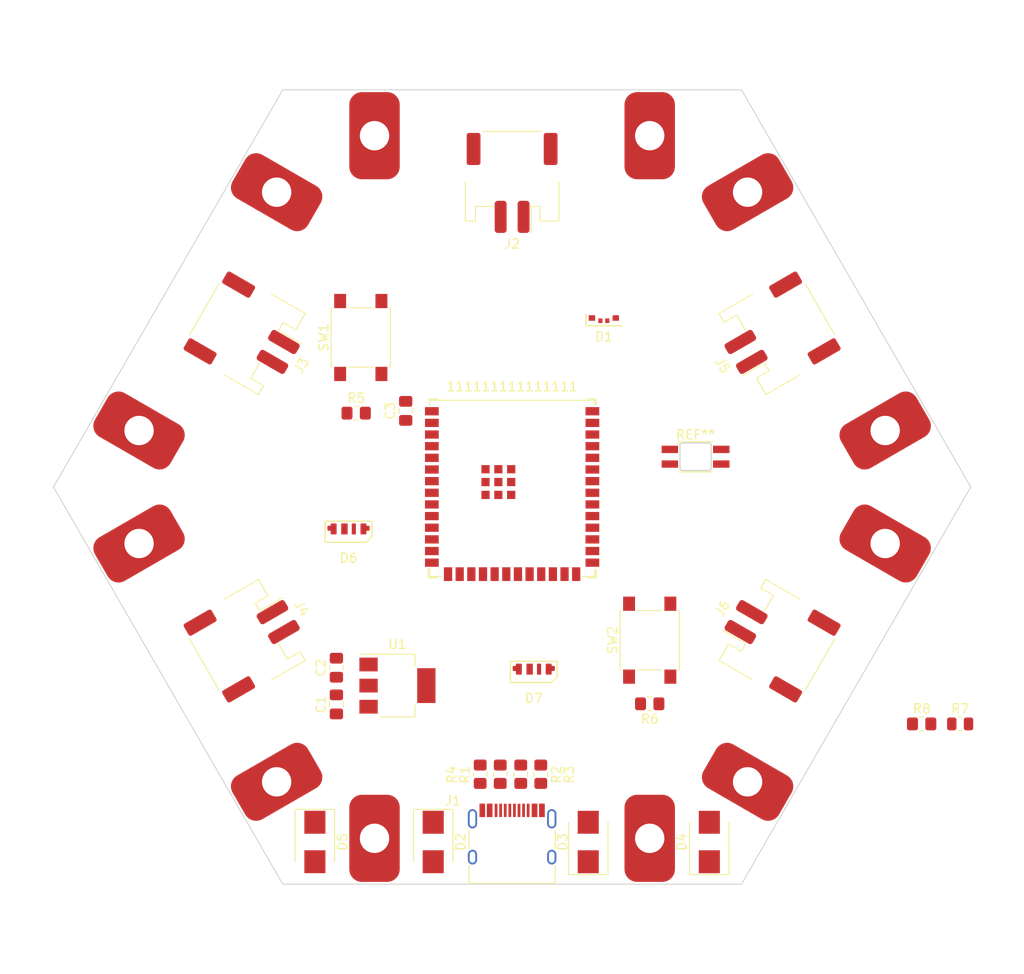
<source format=kicad_pcb>
(kicad_pcb (version 20211014) (generator pcbnew)
  (layers (0 "F.Cu" signal) (31 "B.Cu" signal) (34 "B.Paste" user) (35 "F.Paste" user) (36 "B.SilkS" user "B.Silkscreen") (37 "F.SilkS" user "F.Silkscreen") (38 "B.Mask" user) (39 "F.Mask" user) (44 "Edge.Cuts" user))
  (net 0 "")
  (net 8 "GND")
  (net 9 "/USB_P")
  (net 10 "VCC")
  (net 11 "Net-(J1-PadA5)")
  (net 12 "Net-(J1-PadA6)")
  (net 13 "Net-(J1-PadA7)")
  (net 14 "Net-(J1-PadB5)")
  (net 15 "+3V3")
  (net 16 "/USB_N")
  (net 17 "Net-(SW1-Pad2)")
  (net 18 "Net-(R5-Pad1)")
  (net 19 "Net-(R6-Pad1)")
  (net 20 "Net-(SW2-Pad1)")
  (net 21 "VBUS")
  (net 22 "GNDA")
  (footprint "LED_SMD_REVERSE_MOUNT:LED_RGB_SMD_6028_2.8x3.5mm_Square" (layer "F.Cu") (at 120 90)
    (fp_text reference "REF**" (at 0 -2.4) (layer "F.SilkS"))
    (fp_text value "LED_RGB_SMD_6028_2.8x3.5mm_Square")
    (fp_line (start -1.85 -1.65) (end 1.85 -1.65) (layer "F.SilkS") (width 0.12))
    (fp_line (start -1.85 -1.3) (end -1.85 -1.65) (layer "F.SilkS") (width 0.12))
    (fp_line (start -1.85 1.65) (end 1.85 1.65) (layer "F.SilkS") (width 0.12))
    (fp_line (start 1.45 1.5) (end -1.45 1.5) (layer "Edge.Cuts") (width 0.12))
    (fp_line (start -1.7 -1.25) (end -1.7 1.25) (layer "Edge.Cuts") (width 0.12))
    (fp_line (start -1.45 -1.5) (end 1.45 -1.5) (layer "Edge.Cuts") (width 0.12))
    (fp_line (start 1.7 1.25) (end 1.7 -1.25) (layer "Edge.Cuts") (width 0.12))
    (fp_arc (start 1.45 -1.5) (mid 1.626777 -1.426777) (end 1.7 -1.25) (layer "Edge.Cuts") (width 0.12))
    (fp_arc (start 1.7 1.25) (mid 1.626777 1.426777) (end 1.45 1.5) (layer "Edge.Cuts") (width 0.12))
    (fp_arc (start -1.45 1.5) (mid -1.626777 1.426777) (end -1.7 1.25) (layer "Edge.Cuts") (width 0.12))
    (fp_arc (start -1.7 -1.25) (mid -1.626777 -1.426777) (end -1.45 -1.5) (layer "Edge.Cuts") (width 0.12))
    (pad "1" smd rect (at 2.8 -0.8) (size 1.8 0.8) (layers "F.Cu" "F.Paste" "F.Mask"))
    (pad "2" smd rect (at 2.8 0.8) (size 1.8 0.8) (layers "F.Cu" "F.Paste" "F.Mask"))
    (pad "3" smd rect (at -2.8 -0.8) (size 1.8 0.8) (layers "F.Cu" "F.Paste" "F.Mask"))
    (pad "4" smd rect (at -2.8 0.8) (size 1.8 0.8) (layers "F.Cu" "F.Paste" "F.Mask"))
  )
  (footprint "Connector_XH:XH _PH_2P_1x02_P2.54mm_Horizontal" (layer "F.Cu") (at 72.027 109.45 -60)
    (fp_text reference "J4" (at 0 -5.8 120) (layer "F.SilkS"))
    (fp_text value "Conn_01x02_Male")
    (fp_line (start 5.1 0.94) (end 5.1 -3.31) (layer "F.SilkS") (width 0.12))
    (fp_line (start -5.1 0.94) (end -5.1 -3.31) (layer "F.SilkS") (width 0.12))
    (fp_line (start -3.04 -1.71) (end -2.05 -1.71) (layer "F.SilkS") (width 0.12))
    (fp_line (start 4 -3.31) (end 4 -1.71) (layer "F.SilkS") (width 0.12))
    (fp_line (start -5.1 -3.31) (end -3.04 -3.31) (layer "F.SilkS") (width 0.12))
    (fp_line (start 4 -1.71) (end 2.05 -1.71) (layer "F.SilkS") (width 0.12))
    (fp_line (start 5.1 -3.31) (end 4 -3.31) (layer "F.SilkS") (width 0.12))
    (fp_line (start -3.04 -3.31) (end -3.04 -1.71) (layer "F.SilkS") (width 0.12))
    (fp_line (start -2.05 -1.71) (end -2.05 -4.6) (layer "F.SilkS") (width 0.12))
    (fp_line (start -3.19 6.45) (end 3.19 6.45) (layer "F.SilkS") (width 0.12))
    (pad "" smd roundrect (at 4.2 4.55 300) (size 1.5 3.5) (layers "F.Cu" "F.Paste" "F.Mask") (roundrect_rratio 0.1666673333))
    (pad "" smd roundrect (at -4.2 4.55 300) (size 1.5 3.5) (layers "F.Cu" "F.Paste" "F.Mask") (roundrect_rratio 0.1666673333))
    (pad "1" smd roundrect (at -1.25 -2.85 300) (size 1.3 3.5) (layers "F.Cu" "F.Paste" "F.Mask") (net 21 "VBUS"))
    (pad "2" smd roundrect (at 1.25 -2.85 300) (size 1.3 3.5) (layers "F.Cu" "F.Paste" "F.Mask") (net 22 "GNDA"))
  )
  (footprint "MountingHoleConnector:MountingHole_3.2mm_M3_6mmx10mm_Pad" (layer "F.Cu") (at 74.33 125.44 -150)
    (fp_text reference "REF**" hide)
    (fp_text value "MountingHole_3.2mm_M3_ISO7380_Pad")
    (pad "" np_thru_hole roundrect (at 0 0 210) (size 9.5 5.5) (drill 3.2) (layers "F.Cu" "F.Mask"))
  )
  (footprint "Diode_SMD:D_SMB" (layer "F.Cu") (at 108.3 132 90)
    (fp_text reference "D3" (at 0 -2.8 90) (layer "F.SilkS"))
    (fp_text value "D_Schottky")
    (fp_line (start -3.55 -2.15) (end -3.55 2.15) (layer "F.SilkS") (width 0.12))
    (fp_line (start -3.55 2.15) (end 2.15 2.15) (layer "F.SilkS") (width 0.12))
    (fp_line (start -3.55 -2.15) (end 2.15 -2.15) (layer "F.SilkS") (width 0.12))
    (pad "1" smd rect (at -2.15 0 90) (size 2.5 2.3) (layers "F.Cu" "F.Paste" "F.Mask") (net 21 "VBUS"))
    (pad "2" smd rect (at 2.15 0 90) (size 2.5 2.3) (layers "F.Cu" "F.Paste" "F.Mask") (net 8 "GND"))
  )
  (footprint "Connector_XH:XH _PH_2P_1x02_P2.54mm_Horizontal" (layer "F.Cu") (at 100 61 180)
    (fp_text reference "J2" (at 0 -5.8) (layer "F.SilkS"))
    (fp_text value "Conn_01x02_Male")
    (fp_line (start 5.1 0.94) (end 5.1 -3.31) (layer "F.SilkS") (width 0.12))
    (fp_line (start -3.04 -1.71) (end -2.05 -1.71) (layer "F.SilkS") (width 0.12))
    (fp_line (start -3.04 -3.31) (end -3.04 -1.71) (layer "F.SilkS") (width 0.12))
    (fp_line (start -2.05 -1.71) (end -2.05 -4.6) (layer "F.SilkS") (width 0.12))
    (fp_line (start 4 -3.31) (end 4 -1.71) (layer "F.SilkS") (width 0.12))
    (fp_line (start -3.19 6.45) (end 3.19 6.45) (layer "F.SilkS") (width 0.12))
    (fp_line (start 5.1 -3.31) (end 4 -3.31) (layer "F.SilkS") (width 0.12))
    (fp_line (start -5.1 0.94) (end -5.1 -3.31) (layer "F.SilkS") (width 0.12))
    (fp_line (start 4 -1.71) (end 2.05 -1.71) (layer "F.SilkS") (width 0.12))
    (fp_line (start -5.1 -3.31) (end -3.04 -3.31) (layer "F.SilkS") (width 0.12))
    (pad "" smd roundrect (at 4.2 4.55 180) (size 1.5 3.5) (layers "F.Cu" "F.Paste" "F.Mask") (roundrect_rratio 0.1666673333))
    (pad "" smd roundrect (at -4.2 4.55 180) (size 1.5 3.5) (layers "F.Cu" "F.Paste" "F.Mask") (roundrect_rratio 0.1666673333))
    (pad "1" smd roundrect (at -1.25 -2.85 180) (size 1.3 3.5) (layers "F.Cu" "F.Paste" "F.Mask") (net 21 "VBUS"))
    (pad "2" smd roundrect (at 1.25 -2.85 180) (size 1.3 3.5) (layers "F.Cu" "F.Paste" "F.Mask") (net 22 "GNDA"))
  )
  (footprint "MountingHoleConnector:MountingHole_3.2mm_M3_6mmx10mm_Pad" (layer "F.Cu") (at 85 55 90)
    (fp_text reference "REF**" hide)
    (fp_text value "MountingHole_3.2mm_M3_ISO7380_Pad")
    (pad "" np_thru_hole roundrect (at 0 0 90) (size 9.5 5.5) (drill 3.2) (layers "F.Cu" "F.Mask"))
  )
  (footprint "MountingHoleConnector:MountingHole_3.2mm_M3_6mmx10mm_Pad" (layer "F.Cu") (at 115 55 -90)
    (fp_text reference "REF**" hide)
    (fp_text value "MountingHole_3.2mm_M3_ISO7380_Pad")
    (pad "" np_thru_hole roundrect (at 0 0 270) (size 9.5 5.5) (drill 3.2) (layers "F.Cu" "F.Mask"))
  )
  (footprint "MountingHoleConnector:MountingHole_3.2mm_M3_6mmx10mm_Pad" (layer "F.Cu") (at 140.67 87.14 -150)
    (fp_text reference "REF**" hide)
    (fp_text value "MountingHole_3.2mm_M3_ISO7380_Pad")
    (pad "" np_thru_hole roundrect (at 0 0 210) (size 9.5 5.5) (drill 3.2) (layers "F.Cu" "F.Mask"))
  )
  (footprint "MountingHoleConnector:MountingHole_3.2mm_M3_6mmx10mm_Pad" (layer "F.Cu") (at 59.33 99.46 -150)
    (fp_text reference "REF**" hide)
    (fp_text value "MountingHole_3.2mm_M3_ISO7380_Pad")
    (pad "" np_thru_hole roundrect (at 0 0 210) (size 9.5 5.5) (drill 3.2) (layers "F.Cu" "F.Mask"))
  )
  (footprint "Capacitor_SMD:C_0805_2012Metric_Pad1.18x1.45mm_HandSolder" (layer "F.Cu") (at 88.4 85 90)
    (fp_text reference "C3" (at 0 -1.68 90) (layer "F.SilkS"))
    (fp_text value "100uF")
    (fp_line (start -0.261252 -0.735) (end 0.261252 -0.735) (layer "F.SilkS") (width 0.12))
    (fp_line (start -0.261252 0.735) (end 0.261252 0.735) (layer "F.SilkS") (width 0.12))
    (pad "1" smd roundrect (at -1.0375 0 90) (size 1.175 1.45) (layers "F.Cu" "F.Paste" "F.Mask") (roundrect_rratio 0.2127659574) (net 15 "+3V3"))
    (pad "2" smd roundrect (at 1.0375 0 90) (size 1.175 1.45) (layers "F.Cu" "F.Paste" "F.Mask") (roundrect_rratio 0.2127659574) (net 8 "GND"))
  )
  (footprint "MountingHoleConnector:MountingHole_3.2mm_M3_6mmx10mm_Pad" (layer "F.Cu") (at 85 131.6 -90)
    (fp_text reference "REF**" hide)
    (fp_text value "MountingHole_3.2mm_M3_ISO7380_Pad")
    (pad "" np_thru_hole roundrect (at 0 0 270) (size 9.5 5.5) (drill 3.2) (layers "F.Cu" "F.Mask"))
  )
  (footprint "Resistor_SMD:R_0805_2012Metric" (layer "F.Cu") (at 148.844 119.126)
    (fp_text reference "R7" (at 0 -1.651) (layer "F.SilkS"))
    (fp_text value "R")
    (fp_line (start -0.227064 0.735) (end 0.227064 0.735) (layer "F.SilkS") (width 0.12))
    (fp_line (start -0.227064 -0.735) (end 0.227064 -0.735) (layer "F.SilkS") (width 0.12))
    (pad "1" smd roundrect (at -0.9125 0) (size 1.025 1.4) (layers "F.Cu" "F.Paste" "F.Mask") (roundrect_rratio 0.243902))
    (pad "2" smd roundrect (at 0.9125 0) (size 1.025 1.4) (layers "F.Cu" "F.Paste" "F.Mask") (roundrect_rratio 0.243902))
  )
  (footprint "Resistor_SMD:R_0805_2012Metric_Pad1.20x1.40mm_HandSolder" (layer "F.Cu") (at 144.645 119.126)
    (fp_text reference "R8" (at 0 -1.65) (layer "F.SilkS"))
    (fp_text value "R")
    (fp_line (start -0.227064 -0.735) (end 0.227064 -0.735) (layer "F.SilkS") (width 0.12))
    (fp_line (start -0.227064 0.735) (end 0.227064 0.735) (layer "F.SilkS") (width 0.12))
    (pad "1" smd roundrect (at -1 0) (size 1.2 1.4) (layers "F.Cu" "F.Paste" "F.Mask") (roundrect_rratio 0.208333))
    (pad "2" smd roundrect (at 1 0) (size 1.2 1.4) (layers "F.Cu" "F.Paste" "F.Mask") (roundrect_rratio 0.208333))
  )
  (footprint "Resistor_SMD:R_0805_2012Metric_Pad1.20x1.40mm_HandSolder" (layer "F.Cu") (at 96.52 124.6124 90)
    (fp_text reference "R4" (at -0.0508 -3.0988 90) (layer "F.SilkS"))
    (fp_text value "5.1k")
    (fp_line (start -0.227064 0.735) (end 0.227064 0.735) (layer "F.SilkS") (width 0.12))
    (fp_line (start -0.227064 -0.735) (end 0.227064 -0.735) (layer "F.SilkS") (width 0.12))
    (pad "1" smd roundrect (at -1 0 90) (size 1.2 1.4) (layers "F.Cu" "F.Paste" "F.Mask") (roundrect_rratio 0.2083333333) (net 11 "Net-(J1-PadA5)"))
    (pad "2" smd roundrect (at 1 0 90) (size 1.2 1.4) (layers "F.Cu" "F.Paste" "F.Mask") (roundrect_rratio 0.2083333333) (net 22 "GNDA"))
  )
  (footprint "MountingHoleConnector:MountingHole_3.2mm_M3_6mmx10mm_Pad" (layer "F.Cu") (at 115 131.6 -90)
    (fp_text reference "REF**" hide)
    (fp_text value "MountingHole_3.2mm_M3_ISO7380_Pad")
    (pad "" np_thru_hole roundrect (at 0 0 270) (size 9.5 5.5) (drill 3.2) (layers "F.Cu" "F.Mask"))
  )
  (footprint "Resistor_SMD:R_0805_2012Metric_Pad1.20x1.40mm_HandSolder" (layer "F.Cu") (at 100.9396 124.6124 90)
    (fp_text reference "R2" (at -0.0508 3.9116 90) (layer "F.SilkS"))
    (fp_text value "0")
    (fp_line (start -0.227064 -0.735) (end 0.227064 -0.735) (layer "F.SilkS") (width 0.12))
    (fp_line (start -0.227064 0.735) (end 0.227064 0.735) (layer "F.SilkS") (width 0.12))
    (pad "1" smd roundrect (at -1 0 90) (size 1.2 1.4) (layers "F.Cu" "F.Paste" "F.Mask") (roundrect_rratio 0.2083333333) (net 12 "Net-(J1-PadA6)"))
    (pad "2" smd roundrect (at 1 0 90) (size 1.2 1.4) (layers "F.Cu" "F.Paste" "F.Mask") (roundrect_rratio 0.2083333333) (net 9 "/USB_P"))
  )
  (footprint "LED_SMD_SIDE:LED_SMD_SK6812_SIDE_A_4020" (layer "F.Cu") (at 82.169 97.871)
    (fp_text reference "D6" (at 0 3.175) (layer "F.SilkS"))
    (fp_text value "SK6812_SIDE_A")
    (fp_line (start 1.94 1.46) (end -2.55 1.46) (layer "F.SilkS") (width 0.15))
    (fp_line (start 2.55 -0.85) (end -2.55 -0.85) (layer "F.SilkS") (width 0.15))
    (fp_line (start 2.55 -0.85) (end 2.55 0.85) (layer "F.SilkS") (width 0.15))
    (fp_line (start -2.55 -0.85) (end -2.55 1.46) (layer "F.SilkS") (width 0.15))
    (fp_line (start 2.55 0.85) (end 1.94 1.46) (layer "F.SilkS") (width 0.15))
    (pad "1" smd custom (at -1.8 0 180) (size 0.3 0.3) (layers "F.Cu" "F.Paste" "F.Mask") (options (clearance outline) (anchor rect)) (primitives (gr_poly (pts (xy 0.05 0.25) (xy 0.4 0.25) (xy 0.4 -0.1) (xy 0.05 -0.1) (xy 0.05 -0.5) (xy -0.4 -0.5) (xy -0.4 0.5) (xy 0.05 0.5)) (width 0.2) (fill yes))))
    (pad "2" smd rect (at -0.45 0 180) (size 0.7 1.2) (layers "F.Cu" "F.Paste" "F.Mask"))
    (pad "3" smd rect (at 0.575 0 180) (size 0.45 1.2) (layers "F.Cu" "F.Paste" "F.Mask"))
    (pad "4" smd custom (at 1.8 0 180) (size 0.3 0.3) (layers "F.Cu" "F.Paste" "F.Mask") (options (clearance outline) (anchor rect)) (primitives (gr_poly (pts (xy 0.4 0.5) (xy -0.05 0.5) (xy -0.05 0.25) (xy -0.4 0.25) (xy -0.4 -0.1) (xy -0.05 -0.1) (xy -0.05 -0.5) (xy 0.4 -0.5)) (width 0.2) (fill yes))))
  )
  (footprint "Connector_XH:XH _PH_2P_1x02_P2.54mm_Horizontal" (layer "F.Cu") (at 127.973 77.15 120)
    (fp_text reference "J5" (at 0 -5.8 120) (layer "F.SilkS"))
    (fp_text value "Conn_01x02_Male")
    (fp_line (start 5.1 -3.31) (end 4 -3.31) (layer "F.SilkS") (width 0.12))
    (fp_line (start -5.1 0.94) (end -5.1 -3.31) (layer "F.SilkS") (width 0.12))
    (fp_line (start -3.04 -3.31) (end -3.04 -1.71) (layer "F.SilkS") (width 0.12))
    (fp_line (start -3.19 6.45) (end 3.19 6.45) (layer "F.SilkS") (width 0.12))
    (fp_line (start 4 -1.71) (end 2.05 -1.71) (layer "F.SilkS") (width 0.12))
    (fp_line (start -3.04 -1.71) (end -2.05 -1.71) (layer "F.SilkS") (width 0.12))
    (fp_line (start 4 -3.31) (end 4 -1.71) (layer "F.SilkS") (width 0.12))
    (fp_line (start -2.05 -1.71) (end -2.05 -4.6) (layer "F.SilkS") (width 0.12))
    (fp_line (start -5.1 -3.31) (end -3.04 -3.31) (layer "F.SilkS") (width 0.12))
    (fp_line (start 5.1 0.94) (end 5.1 -3.31) (layer "F.SilkS") (width 0.12))
    (pad "" smd roundrect (at 4.2 4.55 120) (size 1.5 3.5) (layers "F.Cu" "F.Paste" "F.Mask") (roundrect_rratio 0.1666673333))
    (pad "" smd roundrect (at -4.2 4.55 120) (size 1.5 3.5) (layers "F.Cu" "F.Paste" "F.Mask") (roundrect_rratio 0.1666673333))
    (pad "1" smd roundrect (at -1.25 -2.85 120) (size 1.3 3.5) (layers "F.Cu" "F.Paste" "F.Mask") (net 21 "VBUS"))
    (pad "2" smd roundrect (at 1.25 -2.85 120) (size 1.3 3.5) (layers "F.Cu" "F.Paste" "F.Mask") (net 22 "GNDA"))
  )
  (footprint "MountingHoleConnector:MountingHole_3.2mm_M3_6mmx10mm_Pad" (layer "F.Cu") (at 125.67 61.16 -150)
    (fp_text reference "REF**" hide)
    (fp_text value "MountingHole_3.2mm_M3_ISO7380_Pad")
    (pad "" np_thru_hole roundrect (at 0 0 210) (size 9.5 5.5) (drill 3.2) (layers "F.Cu" "F.Mask"))
  )
  (footprint "LED_SMD_SIDE:LED_SMD_SK6812_SIDE_A_4020" (layer "F.Cu") (at 102.362 113.157)
    (fp_text reference "D7" (at 0 3.175) (layer "F.SilkS"))
    (fp_text value "SK6812_SIDE_A")
    (fp_line (start 2.55 -0.85) (end -2.55 -0.85) (layer "F.SilkS") (width 0.15))
    (fp_line (start -2.55 -0.85) (end -2.55 1.46) (layer "F.SilkS") (width 0.15))
    (fp_line (start 1.94 1.46) (end -2.55 1.46) (layer "F.SilkS") (width 0.15))
    (fp_line (start 2.55 0.85) (end 1.94 1.46) (layer "F.SilkS") (width 0.15))
    (fp_line (start 2.55 -0.85) (end 2.55 0.85) (layer "F.SilkS") (width 0.15))
    (pad "1" smd custom (at -1.8 0 180) (size 0.3 0.3) (layers "F.Cu" "F.Paste" "F.Mask") (options (clearance outline) (anchor rect)) (primitives (gr_poly (pts (xy 0.05 0.25) (xy 0.4 0.25) (xy 0.4 -0.1) (xy 0.05 -0.1) (xy 0.05 -0.5) (xy -0.4 -0.5) (xy -0.4 0.5) (xy 0.05 0.5)) (width 0.2) (fill yes))))
    (pad "2" smd rect (at -0.45 0 180) (size 0.7 1.2) (layers "F.Cu" "F.Paste" "F.Mask"))
    (pad "3" smd rect (at 0.575 0 180) (size 0.45 1.2) (layers "F.Cu" "F.Paste" "F.Mask"))
    (pad "4" smd custom (at 1.8 0 180) (size 0.3 0.3) (layers "F.Cu" "F.Paste" "F.Mask") (options (clearance outline) (anchor rect)) (primitives (gr_poly (pts (xy 0.4 0.5) (xy -0.05 0.5) (xy -0.05 0.25) (xy -0.4 0.25) (xy -0.4 -0.1) (xy -0.05 -0.1) (xy -0.05 -0.5) (xy 0.4 -0.5)) (width 0.2) (fill yes))))
  )
  (footprint "MountingHoleConnector:MountingHole_3.2mm_M3_6mmx10mm_Pad" (layer "F.Cu") (at 140.67 99.46 150)
    (fp_text reference "REF**" hide)
    (fp_text value "MountingHole_3.2mm_M3_ISO7380_Pad")
    (pad "" np_thru_hole roundrect (at 0 0 150) (size 9.5 5.5) (drill 3.2) (layers "F.Cu" "F.Mask"))
  )
  (footprint "Diode_SMD:D_SMB" (layer "F.Cu") (at 121.5 132 90)
    (fp_text reference "D4" (at 0 -3 90) (layer "F.SilkS"))
    (fp_text value "D_Schottky")
    (fp_line (start -3.55 -2.15) (end 2.15 -2.15) (layer "F.SilkS") (width 0.12))
    (fp_line (start -3.55 2.15) (end 2.15 2.15) (layer "F.SilkS") (width 0.12))
    (fp_line (start -3.55 -2.15) (end -3.55 2.15) (layer "F.SilkS") (width 0.12))
    (pad "1" smd rect (at -2.15 0 90) (size 2.5 2.3) (layers "F.Cu" "F.Paste" "F.Mask") (net 22 "GNDA"))
    (pad "2" smd rect (at 2.15 0 90) (size 2.5 2.3) (layers "F.Cu" "F.Paste" "F.Mask") (net 8 "GND"))
  )
  (footprint "MountingHoleConnector:MountingHole_3.2mm_M3_6mmx10mm_Pad" (layer "F.Cu") (at 59.33 87.14 150)
    (fp_text reference "REF**" hide)
    (fp_text value "MountingHole_3.2mm_M3_ISO7380_Pad")
    (pad "" np_thru_hole roundrect (at 0 0 150) (size 9.5 5.5) (drill 3.2) (layers "F.Cu" "F.Mask"))
  )
  (footprint "Resistor_SMD:R_0805_2012Metric_Pad1.20x1.40mm_HandSolder" (layer "F.Cu") (at 98.7044 124.6124 90)
    (fp_text reference "R1" (at -0.0508 -3.8608 90) (layer "F.SilkS"))
    (fp_text value "0")
    (fp_line (start -0.227064 -0.735) (end 0.227064 -0.735) (layer "F.SilkS") (width 0.12))
    (fp_line (start -0.227064 0.735) (end 0.227064 0.735) (layer "F.SilkS") (width 0.12))
    (pad "1" smd roundrect (at -1 0 90) (size 1.2 1.4) (layers "F.Cu" "F.Paste" "F.Mask") (roundrect_rratio 0.2083333333) (net 13 "Net-(J1-PadA7)"))
    (pad "2" smd roundrect (at 1 0 90) (size 1.2 1.4) (layers "F.Cu" "F.Paste" "F.Mask") (roundrect_rratio 0.2083333333) (net 16 "/USB_N"))
  )
  (footprint "Capacitor_SMD:C_0805_2012Metric_Pad1.18x1.45mm_HandSolder" (layer "F.Cu") (at 80.845 117 90)
    (fp_text reference "C1" (at 0 -1.68 90) (layer "F.SilkS"))
    (fp_text value "22uF")
    (fp_line (start -0.261252 -0.735) (end 0.261252 -0.735) (layer "F.SilkS") (width 0.12))
    (fp_line (start -0.261252 0.735) (end 0.261252 0.735) (layer "F.SilkS") (width 0.12))
    (pad "1" smd roundrect (at -1.0375 0 90) (size 1.175 1.45) (layers "F.Cu" "F.Paste" "F.Mask") (roundrect_rratio 0.2127659574) (net 10 "VCC"))
    (pad "2" smd roundrect (at 1.0375 0 90) (size 1.175 1.45) (layers "F.Cu" "F.Paste" "F.Mask") (roundrect_rratio 0.2127659574) (net 8 "GND"))
  )
  (footprint "Connector_USB:USB_C_Receptacle_HRO_TYPE-C-31-M-12" (layer "F.Cu") (at 100 132.6)
    (fp_text reference "J1" (at -6.45 -5.1) (layer "F.SilkS"))
    (fp_text value "USB_C_Receptacle_USB2.0")
    (fp_line (start -4.7 3.9) (end 4.7 3.9) (layer "F.SilkS") (width 0.12))
    (fp_line (start -4.7 -1.9) (end -4.7 0.1) (layer "F.SilkS") (width 0.12))
    (fp_line (start 4.7 -1.9) (end 4.7 0.1) (layer "F.SilkS") (width 0.12))
    (fp_line (start -4.7 2) (end -4.7 3.9) (layer "F.SilkS") (width 0.12))
    (fp_line (start 4.7 2) (end 4.7 3.9) (layer "F.SilkS") (width 0.12))
    (pad "" np_thru_hole circle (at 2.89 -2.6) (size 0.65 0.65) (drill 0.65) (layers *.Cu *.Mask))
    (pad "" np_thru_hole circle (at -2.89 -2.6) (size 0.65 0.65) (drill 0.65) (layers *.Cu *.Mask))
    (pad "A1" smd rect (at -3.25 -4.045) (size 0.6 1.45) (layers "F.Cu" "F.Paste" "F.Mask") (net 22 "GNDA"))
    (pad "A4" smd rect (at -2.45 -4.045) (size 0.6 1.45) (layers "F.Cu" "F.Paste" "F.Mask") (net 21 "VBUS"))
    (pad "A5" smd rect (at -1.25 -4.045) (size 0.3 1.45) (layers "F.Cu" "F.Paste" "F.Mask") (net 11 "Net-(J1-PadA5)"))
    (pad "A6" smd rect (at -0.25 -4.045) (size 0.3 1.45) (layers "F.Cu" "F.Paste" "F.Mask") (net 12 "Net-(J1-PadA6)"))
    (pad "A7" smd rect (at 0.25 -4.045) (size 0.3 1.45) (layers "F.Cu" "F.Paste" "F.Mask") (net 13 "Net-(J1-PadA7)"))
    (pad "A8" smd rect (at 1.25 -4.045) (size 0.3 1.45) (layers "F.Cu" "F.Paste" "F.Mask"))
    (pad "A9" smd rect (at 2.45 -4.045) (size 0.6 1.45) (layers "F.Cu" "F.Paste" "F.Mask") (net 21 "VBUS"))
    (pad "A12" smd rect (at 3.25 -4.045) (size 0.6 1.45) (layers "F.Cu" "F.Paste" "F.Mask") (net 22 "GNDA"))
    (pad "B1" smd rect (at 3.25 -4.045) (size 0.6 1.45) (layers "F.Cu" "F.Paste" "F.Mask") (net 22 "GNDA"))
    (pad "B4" smd rect (at 2.45 -4.045) (size 0.6 1.45) (layers "F.Cu" "F.Paste" "F.Mask") (net 21 "VBUS"))
    (pad "B5" smd rect (at 1.75 -4.045) (size 0.3 1.45) (layers "F.Cu" "F.Paste" "F.Mask") (net 14 "Net-(J1-PadB5)"))
    (pad "B6" smd rect (at 0.75 -4.045) (size 0.3 1.45) (layers "F.Cu" "F.Paste" "F.Mask") (net 12 "Net-(J1-PadA6)"))
    (pad "B7" smd rect (at -0.75 -4.045) (size 0.3 1.45) (layers "F.Cu" "F.Paste" "F.Mask") (net 13 "Net-(J1-PadA7)"))
    (pad "B8" smd rect (at -1.75 -4.045) (size 0.3 1.45) (layers "F.Cu" "F.Paste" "F.Mask"))
    (pad "B9" smd rect (at -2.45 -4.045) (size 0.6 1.45) (layers "F.Cu" "F.Paste" "F.Mask") (net 21 "VBUS"))
    (pad "B12" smd rect (at -3.25 -4.045) (size 0.6 1.45) (layers "F.Cu" "F.Paste" "F.Mask") (net 22 "GNDA"))
    (pad "S1" thru_hole oval (at -4.32 1.05) (size 1 1.6) (drill oval 0.6 1.2) (layers *.Cu *.Mask))
    (pad "S1" thru_hole oval (at -4.32 -3.13) (size 1 2.1) (drill oval 0.6 1.7) (layers *.Cu *.Mask))
    (pad "S1" thru_hole oval (at 4.32 1.05) (size 1 1.6) (drill oval 0.6 1.2) (layers *.Cu *.Mask))
    (pad "S1" thru_hole oval (at 4.32 -3.13) (size 1 2.1) (drill oval 0.6 1.7) (layers *.Cu *.Mask))
  )
  (footprint "MountingHoleConnector:MountingHole_3.2mm_M3_6mmx10mm_Pad" (layer "F.Cu") (at 74.33 61.16 150)
    (fp_text reference "REF**" hide)
    (fp_text value "MountingHole_3.2mm_M3_ISO7380_Pad")
    (pad "" np_thru_hole roundrect (at 0 0 150) (size 9.5 5.5) (drill 3.2) (layers "F.Cu" "F.Mask"))
  )
  (footprint "Resistor_SMD:R_0805_2012Metric_Pad1.20x1.40mm_HandSolder" (layer "F.Cu") (at 103.124 124.6124 90)
    (fp_text reference "R3" (at -0.0508 3.0988 90) (layer "F.SilkS"))
    (fp_text value "5.1k")
    (fp_line (start -0.227064 -0.735) (end 0.227064 -0.735) (layer "F.SilkS") (width 0.12))
    (fp_line (start -0.227064 0.735) (end 0.227064 0.735) (layer "F.SilkS") (width 0.12))
    (pad "1" smd roundrect (at -1 0 90) (size 1.2 1.4) (layers "F.Cu" "F.Paste" "F.Mask") (roundrect_rratio 0.2083333333) (net 14 "Net-(J1-PadB5)"))
    (pad "2" smd roundrect (at 1 0 90) (size 1.2 1.4) (layers "F.Cu" "F.Paste" "F.Mask") (roundrect_rratio 0.2083333333) (net 22 "GNDA"))
  )
  (footprint "Button_Switch_SMD:SW_Push_1P1T_NO_6x6mm_H9.5mm" (layer "F.Cu") (at 115 110 90)
    (fp_text reference "SW2" (at 0 -4.05 90) (layer "F.SilkS"))
    (fp_text value "SW_Push")
    (fp_line (start -3.23 -3.23) (end 3.23 -3.23) (layer "F.SilkS") (width 0.12))
    (fp_line (start -3.23 3.23) (end -3.23 3.2) (layer "F.SilkS") (width 0.12))
    (fp_line (start -3.23 3.23) (end 3.23 3.23) (layer "F.SilkS") (width 0.12))
    (fp_line (start 3.23 -1.3) (end 3.23 1.3) (layer "F.SilkS") (width 0.12))
    (fp_line (start -3.23 -1.3) (end -3.23 1.3) (layer "F.SilkS") (width 0.12))
    (fp_line (start 3.23 -3.23) (end 3.23 -3.2) (layer "F.SilkS") (width 0.12))
    (fp_line (start 3.23 3.23) (end 3.23 3.2) (layer "F.SilkS") (width 0.12))
    (fp_line (start -3.23 -3.2) (end -3.23 -3.23) (layer "F.SilkS") (width 0.12))
    (pad "1" smd rect (at -3.975 -2.25 90) (size 1.55 1.3) (layers "F.Cu" "F.Paste" "F.Mask") (net 20 "Net-(SW2-Pad1)"))
    (pad "1" smd rect (at 3.975 -2.25 90) (size 1.55 1.3) (layers "F.Cu" "F.Paste" "F.Mask") (net 20 "Net-(SW2-Pad1)"))
    (pad "2" smd rect (at -3.975 2.25 90) (size 1.55 1.3) (layers "F.Cu" "F.Paste" "F.Mask") (net 19 "Net-(R6-Pad1)"))
    (pad "2" smd rect (at 3.975 2.25 90) (size 1.55 1.3) (layers "F.Cu" "F.Paste" "F.Mask") (net 19 "Net-(R6-Pad1)"))
  )
  (footprint "Resistor_SMD:R_0805_2012Metric_Pad1.20x1.40mm_HandSolder" (layer "F.Cu") (at 115 116.935 180)
    (fp_text reference "R6" (at 0 -1.65) (layer "F.SilkS"))
    (fp_text value "100")
    (fp_line (start -0.227064 0.735) (end 0.227064 0.735) (layer "F.SilkS") (width 0.12))
    (fp_line (start -0.227064 -0.735) (end 0.227064 -0.735) (layer "F.SilkS") (width 0.12))
    (pad "1" smd roundrect (at -1 0 180) (size 1.2 1.4) (layers "F.Cu" "F.Paste" "F.Mask") (roundrect_rratio 0.2083333333) (net 19 "Net-(R6-Pad1)"))
    (pad "2" smd roundrect (at 1 0 180) (size 1.2 1.4) (layers "F.Cu" "F.Paste" "F.Mask") (roundrect_rratio 0.2083333333) (net 8 "GND"))
  )
  (footprint "LED_SMD_SIDE:LED_RGB_1210" (layer "F.Cu") (at 110 75)
    (fp_text reference "D1" (at 0 1.905) (layer "F.SilkS"))
    (fp_text value "LED_RGBA")
    (fp_line (start 1.95 0.725) (end -1.95 0.725) (layer "F.SilkS") (width 0.15))
    (fp_line (start -1.95 -0.5) (end -1.95 0.725) (layer "F.SilkS") (width 0.15))
    (pad "1" smd rect (at -1.3 -0.125 180) (size 0.7 0.6) (layers "F.Cu" "F.Paste" "F.Mask"))
    (pad "2" smd rect (at -0.375 0.175 180) (size 0.45 0.5) (layers "F.Cu" "F.Paste" "F.Mask"))
    (pad "3" smd rect (at 0.375 0.175 180) (size 0.45 0.5) (layers "F.Cu" "F.Paste" "F.Mask"))
    (pad "4" smd rect (at 1.3 -0.125 180) (size 0.7 0.6) (layers "F.Cu" "F.Paste" "F.Mask"))
  )
  (footprint "Espressif:ESP32-S3-WROOM-1U" (layer "F.Cu") (at 100 93.3)
    (fp_text reference "111111111111111" (at 0 -10.95) (layer "F.SilkS"))
    (fp_text value "ESP32-S3-WROOM-1")
    (fp_line (start 9 -9.45) (end -9 -9.45) (layer "F.SilkS") (width 0.12))
    (fp_line (start 9.15 9.9) (end 8.15 9.9) (layer "F.SilkS") (width 0.12))
    (fp_line (start 9 -9.45) (end 9 -8.95) (layer "F.SilkS") (width 0.12))
    (fp_line (start -9 -9.45) (end -9 -8.95) (layer "F.SilkS") (width 0.12))
    (fp_line (start 9.15 -8.95) (end 9.15 -9.6) (layer "F.SilkS") (width 0.12))
    (fp_line (start -9 8.9) (end -9 9.75) (layer "F.SilkS") (width 0.12))
    (fp_line (start 9 9) (end 9 9.75) (layer "F.SilkS") (width 0.12))
    (fp_line (start -9.15 9.9) (end -8.15 9.9) (layer "F.SilkS") (width 0.12))
    (fp_line (start -9.2 -9.6) (end -8.1 -9.6) (layer "F.SilkS") (width 0.12))
    (fp_line (start 9 9.75) (end 7.65 9.75) (layer "F.SilkS") (width 0.12))
    (fp_line (start -9 9.75) (end -7.7 9.75) (layer "F.SilkS") (width 0.12))
    (fp_line (start 9.15 9) (end 9.15 9.9) (layer "F.SilkS") (width 0.12))
    (fp_line (start -9.15 9.9) (end -9.15 8.9) (layer "F.SilkS") (width 0.12))
    (fp_line (start 9.15 -9.6) (end 8.15 -9.6) (layer "F.SilkS") (width 0.12))
    (pad "1" smd rect (at -8.75 -8.26) (size 1.5 0.9) (layers "F.Cu" "F.Paste" "F.Mask") (net 8 "GND"))
    (pad "2" smd rect (at -8.75 -6.99) (size 1.5 0.9) (layers "F.Cu" "F.Paste" "F.Mask") (net 15 "+3V3"))
    (pad "3" smd rect (at -8.75 -5.72) (size 1.5 0.9) (layers "F.Cu" "F.Paste" "F.Mask") (net 17 "Net-(SW1-Pad2)"))
    (pad "4" smd rect (at -8.75 -4.45) (size 1.5 0.9) (layers "F.Cu" "F.Paste" "F.Mask"))
    (pad "5" smd rect (at -8.75 -3.18) (size 1.5 0.9) (layers "F.Cu" "F.Paste" "F.Mask"))
    (pad "6" smd rect (at -8.75 -1.91) (size 1.5 0.9) (layers "F.Cu" "F.Paste" "F.Mask"))
    (pad "7" smd rect (at -8.75 -0.64) (size 1.5 0.9) (layers "F.Cu" "F.Paste" "F.Mask"))
    (pad "8" smd rect (at -8.75 0.63) (size 1.5 0.9) (layers "F.Cu" "F.Paste" "F.Mask"))
    (pad "9" smd rect (at -8.75 1.9) (size 1.5 0.9) (layers "F.Cu" "F.Paste" "F.Mask"))
    (pad "10" smd rect (at -8.75 3.17) (size 1.5 0.9) (layers "F.Cu" "F.Paste" "F.Mask"))
    (pad "11" smd rect (at -8.75 4.44) (size 1.5 0.9) (layers "F.Cu" "F.Paste" "F.Mask"))
    (pad "12" smd rect (at -8.75 5.71) (size 1.5 0.9) (layers "F.Cu" "F.Paste" "F.Mask"))
    (pad "13" smd rect (at -8.75 6.98) (size 1.5 0.9) (layers "F.Cu" "F.Paste" "F.Mask") (net 16 "/USB_N"))
    (pad "14" smd rect (at -8.75 8.25) (size 1.5 0.9) (layers "F.Cu" "F.Paste" "F.Mask") (net 9 "/USB_P"))
    (pad "15" smd rect (at -6.985 9.5 90) (size 1.5 0.9) (layers "F.Cu" "F.Paste" "F.Mask"))
    (pad "16" smd rect (at -5.715 9.5 90) (size 1.5 0.9) (layers "F.Cu" "F.Paste" "F.Mask"))
    (pad "17" smd rect (at -4.445 9.5 90) (size 1.5 0.9) (layers "F.Cu" "F.Paste" "F.Mask"))
    (pad "18" smd rect (at -3.175 9.5 90) (size 1.5 0.9) (layers "F.Cu" "F.Paste" "F.Mask"))
    (pad "19" smd rect (at -1.905 9.5 90) (size 1.5 0.9) (layers "F.Cu" "F.Paste" "F.Mask"))
    (pad "20" smd rect (at -0.635 9.5 90) (size 1.5 0.9) (layers "F.Cu" "F.Paste" "F.Mask"))
    (pad "21" smd rect (at 0.635 9.5 90) (size 1.5 0.9) (layers "F.Cu" "F.Paste" "F.Mask"))
    (pad "22" smd rect (at 1.905 9.5 90) (size 1.5 0.9) (layers "F.Cu" "F.Paste" "F.Mask"))
    (pad "23" smd rect (at 3.175 9.5 90) (size 1.5 0.9) (layers "F.Cu" "F.Paste" "F.Mask"))
    (pad "24" smd rect (at 4.445 9.5 90) (size 1.5 0.9) (layers "F.Cu" "F.Paste" "F.Mask"))
    (pad "25" smd rect (at 5.715 9.5 90) (size 1.5 0.9) (layers "F.Cu" "F.Paste" "F.Mask"))
    (pad "26" smd rect (at 6.985 9.5 90) (size 1.5 0.9) (layers "F.Cu" "F.Paste" "F.Mask"))
    (pad "27" smd rect (at 8.75 8.25 180) (size 1.5 0.9) (layers "F.Cu" "F.Paste" "F.Mask") (net 20 "Net-(SW2-Pad1)"))
    (pad "28" smd rect (at 8.75 6.98 180) (size 1.5 0.9) (layers "F.Cu" "F.Paste" "F.Mask"))
    (pad "29" smd rect (at 8.75 5.71 180) (size 1.5 0.9) (layers "F.Cu" "F.Paste" "F.Mask"))
    (pad "30" smd rect (at 8.75 4.44 180) (size 1.5 0.9) (layers "F.Cu" "F.Paste" "F.Mask"))
    (pad "31" smd rect (at 8.75 3.17 180) (size 1.5 0.9) (layers "F.Cu" "F.Paste" "F.Mask"))
    (pad "32" smd rect (at 8.75 1.9 180) (size 1.5 0.9) (layers "F.Cu" "F.Paste" "F.Mask"))
    (pad "33" smd rect (at 8.75 0.63 180) (size 1.5 0.9) (layers "F.Cu" "F.Paste" "F.Mask"))
    (pad "34" smd rect (at 8.75 -0.64 180) (size 1.5 0.9) (layers "F.Cu" "F.Paste" "F.Mask"))
    (pad "35" smd rect (at 8.75 -1.91 180) (size 1.5 0.9) (layers "F.Cu" "F.Paste" "F.Mask"))
    (pad "36" smd rect (at 8.75 -3.18 180) (size 1.5 0.9) (layers "F.Cu" "F.Paste" "F.Mask"))
    (pad "37" smd rect (at 8.75 -4.45 180) (size 1.5 0.9) (layers "F.Cu" "F.Paste" "F.Mask"))
    (pad "38" smd rect (at 8.75 -5.72 180) (size 1.5 0.9) (layers "F.Cu" "F.Paste" "F.Mask"))
    (pad "39" smd rect (at 8.75 -6.99 180) (size 1.5 0.9) (layers "F.Cu" "F.Paste" "F.Mask"))
    (pad "40" smd rect (at 8.75 -8.26 180) (size 1.5 0.9) (layers "F.Cu" "F.Paste" "F.Mask") (net 8 "GND"))
    (pad "41" smd rect (at -0.1 0.86 180) (size 0.9 0.9) (layers "F.Cu" "F.Paste" "F.Mask") (net 8 "GND"))
    (pad "41" smd rect (at -0.1 -0.54 180) (size 0.9 0.9) (layers "F.Cu" "F.Paste" "F.Mask") (net 8 "GND"))
    (pad "41" smd rect (at -0.1 -1.94 180) (size 0.9 0.9) (layers "F.Cu" "F.Paste" "F.Mask") (net 8 "GND"))
    (pad "41" smd rect (at -1.5 -1.94 180) (size 0.9 0.9) (layers "F.Cu" "F.Paste" "F.Mask") (net 8 "GND"))
    (pad "41" smd rect (at -1.5 0.86 180) (size 0.9 0.9) (layers "F.Cu" "F.Paste" "F.Mask") (net 8 "GND"))
    (pad "41" smd rect (at -2.9 0.86 180) (size 0.9 0.9) (layers "F.Cu" "F.Paste" "F.Mask") (net 8 "GND"))
    (pad "41" smd rect (at -2.9 -1.94 180) (size 0.9 0.9) (layers "F.Cu" "F.Paste" "F.Mask") (net 8 "GND"))
    (pad "41" smd rect (at -2.9 -0.54 180) (size 0.9 0.9) (layers "F.Cu" "F.Paste" "F.Mask") (net 8 "GND"))
    (pad "41" smd rect (at -1.5 -0.54 180) (size 0.9 0.9) (layers "F.Cu" "F.Paste" "F.Mask") (net 8 "GND"))
  )
  (footprint "Diode_SMD:D_SMB" (layer "F.Cu") (at 78.5 132 -90)
    (fp_text reference "D5" (at 0 -3 90) (layer "F.SilkS"))
    (fp_text value "D_Schottky")
    (fp_line (start -3.55 2.15) (end 2.15 2.15) (layer "F.SilkS") (width 0.12))
    (fp_line (start -3.55 -2.15) (end -3.55 2.15) (layer "F.SilkS") (width 0.12))
    (fp_line (start -3.55 -2.15) (end 2.15 -2.15) (layer "F.SilkS") (width 0.12))
    (pad "1" smd rect (at -2.15 0 270) (size 2.5 2.3) (layers "F.Cu" "F.Paste" "F.Mask") (net 10 "VCC"))
    (pad "2" smd rect (at 2.15 0 270) (size 2.5 2.3) (layers "F.Cu" "F.Paste" "F.Mask") (net 22 "GNDA"))
  )
  (footprint "Capacitor_SMD:C_0805_2012Metric_Pad1.18x1.45mm_HandSolder" (layer "F.Cu") (at 80.845 113 90)
    (fp_text reference "C2" (at 0 -1.68 90) (layer "F.SilkS"))
    (fp_text value "22uF")
    (fp_line (start -0.261252 0.735) (end 0.261252 0.735) (layer "F.SilkS") (width 0.12))
    (fp_line (start -0.261252 -0.735) (end 0.261252 -0.735) (layer "F.SilkS") (width 0.12))
    (pad "1" smd roundrect (at -1.0375 0 90) (size 1.175 1.45) (layers "F.Cu" "F.Paste" "F.Mask") (roundrect_rratio 0.2127659574) (net 15 "+3V3"))
    (pad "2" smd roundrect (at 1.0375 0 90) (size 1.175 1.45) (layers "F.Cu" "F.Paste" "F.Mask") (roundrect_rratio 0.2127659574) (net 8 "GND"))
  )
  (footprint "Resistor_SMD:R_0805_2012Metric_Pad1.20x1.40mm_HandSolder" (layer "F.Cu") (at 83 85.25)
    (fp_text reference "R5" (at 0 -1.65) (layer "F.SilkS"))
    (fp_text value "100")
    (fp_line (start -0.227064 -0.735) (end 0.227064 -0.735) (layer "F.SilkS") (width 0.12))
    (fp_line (start -0.227064 0.735) (end 0.227064 0.735) (layer "F.SilkS") (width 0.12))
    (pad "1" smd roundrect (at -1 0) (size 1.2 1.4) (layers "F.Cu" "F.Paste" "F.Mask") (roundrect_rratio 0.2083333333) (net 18 "Net-(R5-Pad1)"))
    (pad "2" smd roundrect (at 1 0) (size 1.2 1.4) (layers "F.Cu" "F.Paste" "F.Mask") (roundrect_rratio 0.2083333333) (net 8 "GND"))
  )
  (footprint "MountingHoleConnector:MountingHole_3.2mm_M3_6mmx10mm_Pad" (layer "F.Cu") (at 125.67 125.44 150)
    (fp_text reference "REF**" hide)
    (fp_text value "MountingHole_3.2mm_M3_ISO7380_Pad")
    (pad "" np_thru_hole roundrect (at 0 0 150) (size 9.5 5.5) (drill 3.2) (layers "F.Cu" "F.Mask"))
  )
  (footprint "Package_TO_SOT_SMD:SOT-223-3_TabPin2" (layer "F.Cu") (at 87.5 114.95)
    (fp_text reference "U1" (at 0 -4.5) (layer "F.SilkS"))
    (fp_text value "AMS1117-3.3")
    (fp_line (start 1.91 3.41) (end 1.91 2.15) (layer "F.SilkS") (width 0.12))
    (fp_line (start -4.1 -3.41) (end 1.91 -3.41) (layer "F.SilkS") (width 0.12))
    (fp_line (start -1.85 3.41) (end 1.91 3.41) (layer "F.SilkS") (width 0.12))
    (fp_line (start 1.91 -3.41) (end 1.91 -2.15) (layer "F.SilkS") (width 0.12))
    (pad "1" smd rect (at -3.15 -2.3) (size 2 1.5) (layers "F.Cu" "F.Paste" "F.Mask") (net 8 "GND"))
    (pad "2" smd rect (at -3.15 0) (size 2 1.5) (layers "F.Cu" "F.Paste" "F.Mask") (net 15 "+3V3"))
    (pad "2" smd rect (at 3.15 0) (size 2 3.8) (layers "F.Cu" "F.Paste" "F.Mask") (net 15 "+3V3"))
    (pad "3" smd rect (at -3.15 2.3) (size 2 1.5) (layers "F.Cu" "F.Paste" "F.Mask") (net 10 "VCC"))
  )
  (footprint "Diode_SMD:D_SMB" (layer "F.Cu") (at 91.4 132 -90)
    (fp_text reference "D2" (at 0 -3 90) (layer "F.SilkS"))
    (fp_text value "D_Schottky")
    (fp_line (start -3.55 2.15) (end 2.15 2.15) (layer "F.SilkS") (width 0.12))
    (fp_line (start -3.55 -2.15) (end 2.15 -2.15) (layer "F.SilkS") (width 0.12))
    (fp_line (start -3.55 -2.15) (end -3.55 2.15) (layer "F.SilkS") (width 0.12))
    (pad "1" smd rect (at -2.15 0 270) (size 2.5 2.3) (layers "F.Cu" "F.Paste" "F.Mask") (net 10 "VCC"))
    (pad "2" smd rect (at 2.15 0 270) (size 2.5 2.3) (layers "F.Cu" "F.Paste" "F.Mask") (net 21 "VBUS"))
  )
  (footprint "Connector_XH:XH _PH_2P_1x02_P2.54mm_Horizontal" (layer "F.Cu") (at 72.027 77.15 -120)
    (fp_text reference "J3" (at 0 -5.8 60) (layer "F.SilkS"))
    (fp_text value "Conn_01x02_Male")
    (fp_line (start 5.1 0.94) (end 5.1 -3.31) (layer "F.SilkS") (width 0.12))
    (fp_line (start -3.04 -3.31) (end -3.04 -1.71) (layer "F.SilkS") (width 0.12))
    (fp_line (start 4 -1.71) (end 2.05 -1.71) (layer "F.SilkS") (width 0.12))
    (fp_line (start -5.1 -3.31) (end -3.04 -3.31) (layer "F.SilkS") (width 0.12))
    (fp_line (start -5.1 0.94) (end -5.1 -3.31) (layer "F.SilkS") (width 0.12))
    (fp_line (start 5.1 -3.31) (end 4 -3.31) (layer "F.SilkS") (width 0.12))
    (fp_line (start -3.04 -1.71) (end -2.05 -1.71) (layer "F.SilkS") (width 0.12))
    (fp_line (start 4 -3.31) (end 4 -1.71) (layer "F.SilkS") (width 0.12))
    (fp_line (start -3.19 6.45) (end 3.19 6.45) (layer "F.SilkS") (width 0.12))
    (fp_line (start -2.05 -1.71) (end -2.05 -4.6) (layer "F.SilkS") (width 0.12))
    (pad "" smd roundrect (at -4.2 4.55 240) (size 1.5 3.5) (layers "F.Cu" "F.Paste" "F.Mask") (roundrect_rratio 0.1666673333))
    (pad "" smd roundrect (at 4.2 4.55 240) (size 1.5 3.5) (layers "F.Cu" "F.Paste" "F.Mask") (roundrect_rratio 0.1666673333))
    (pad "1" smd roundrect (at -1.25 -2.85 240) (size 1.3 3.5) (layers "F.Cu" "F.Paste" "F.Mask") (net 21 "VBUS"))
    (pad "2" smd roundrect (at 1.25 -2.85 240) (size 1.3 3.5) (layers "F.Cu" "F.Paste" "F.Mask") (net 22 "GNDA"))
  )
  (footprint "Connector_XH:XH _PH_2P_1x02_P2.54mm_Horizontal" (layer "F.Cu") (at 127.973 109.45 60)
    (fp_text reference "J6" (at 0 -5.8 60) (layer "F.SilkS"))
    (fp_text value "Conn_01x02_Male")
    (fp_line (start -5.1 0.94) (end -5.1 -3.31) (layer "F.SilkS") (width 0.12))
    (fp_line (start -2.05 -1.71) (end -2.05 -4.6) (layer "F.SilkS") (width 0.12))
    (fp_line (start 5.1 -3.31) (end 4 -3.31) (layer "F.SilkS") (width 0.12))
    (fp_line (start -3.19 6.45) (end 3.19 6.45) (layer "F.SilkS") (width 0.12))
    (fp_line (start 4 -1.71) (end 2.05 -1.71) (layer "F.SilkS") (width 0.12))
    (fp_line (start 4 -3.31) (end 4 -1.71) (layer "F.SilkS") (width 0.12))
    (fp_line (start -5.1 -3.31) (end -3.04 -3.31) (layer "F.SilkS") (width 0.12))
    (fp_line (start 5.1 0.94) (end 5.1 -3.31) (layer "F.SilkS") (width 0.12))
    (fp_line (start -3.04 -3.31) (end -3.04 -1.71) (layer "F.SilkS") (width 0.12))
    (fp_line (start -3.04 -1.71) (end -2.05 -1.71) (layer "F.SilkS") (width 0.12))
    (pad "" smd roundrect (at -4.2 4.55 60) (size 1.5 3.5) (layers "F.Cu" "F.Paste" "F.Mask") (roundrect_rratio 0.1666673333))
    (pad "" smd roundrect (at 4.2 4.55 60) (size 1.5 3.5) (layers "F.Cu" "F.Paste" "F.Mask") (roundrect_rratio 0.1666673333))
    (pad "1" smd roundrect (at -1.25 -2.85 60) (size 1.3 3.5) (layers "F.Cu" "F.Paste" "F.Mask") (net 21 "VBUS"))
    (pad "2" smd roundrect (at 1.25 -2.85 60) (size 1.3 3.5) (layers "F.Cu" "F.Paste" "F.Mask") (net 22 "GNDA"))
  )
  (footprint "Button_Switch_SMD:SW_Push_1P1T_NO_6x6mm_H9.5mm" (layer "F.Cu") (at 83.501428 77 90)
    (fp_text reference "SW1" (at 0 -4.05 90) (layer "F.SilkS"))
    (fp_text value "SW_Push")
    (fp_line (start -3.23 3.23) (end -3.23 3.2) (layer "F.SilkS") (width 0.12))
    (fp_line (start 3.23 -1.3) (end 3.23 1.3) (layer "F.SilkS") (width 0.12))
    (fp_line (start 3.23 3.23) (end 3.23 3.2) (layer "F.SilkS") (width 0.12))
    (fp_line (start -3.23 -1.3) (end -3.23 1.3) (layer "F.SilkS") (width 0.12))
    (fp_line (start -3.23 -3.2) (end -3.23 -3.23) (layer "F.SilkS") (width 0.12))
    (fp_line (start -3.23 3.23) (end 3.23 3.23) (layer "F.SilkS") (width 0.12))
    (fp_line (start -3.23 -3.23) (end 3.23 -3.23) (layer "F.SilkS") (width 0.12))
    (fp_line (start 3.23 -3.23) (end 3.23 -3.2) (layer "F.SilkS") (width 0.12))
    (pad "1" smd rect (at -3.975 -2.25 90) (size 1.55 1.3) (layers "F.Cu" "F.Paste" "F.Mask") (net 18 "Net-(R5-Pad1)"))
    (pad "1" smd rect (at 3.975 -2.25 90) (size 1.55 1.3) (layers "F.Cu" "F.Paste" "F.Mask") (net 18 "Net-(R5-Pad1)"))
    (pad "2" smd rect (at -3.975 2.25 90) (size 1.55 1.3) (layers "F.Cu" "F.Paste" "F.Mask") (net 17 "Net-(SW1-Pad2)"))
    (pad "2" smd rect (at 3.975 2.25 90) (size 1.55 1.3) (layers "F.Cu" "F.Paste" "F.Mask") (net 17 "Net-(SW1-Pad2)"))
  )
  (gr_line (start 75 50) (end 125 50) (layer "Edge.Cuts") (width 0.1))
  (gr_line (start 125 136.6) (end 150 93.3) (layer "Edge.Cuts") (width 0.1))
  (gr_line (start 75 136.6) (end 125 136.6) (layer "Edge.Cuts") (width 0.1))
  (gr_line (start 50 93.3) (end 75 136.6) (layer "Edge.Cuts") (width 0.1))
  (gr_line (start 150 93.3) (end 125 50) (layer "Edge.Cuts") (width 0.1))
  (gr_line (start 75 50) (end 50 93.3) (layer "Edge.Cuts") (width 0.1))
)
</source>
